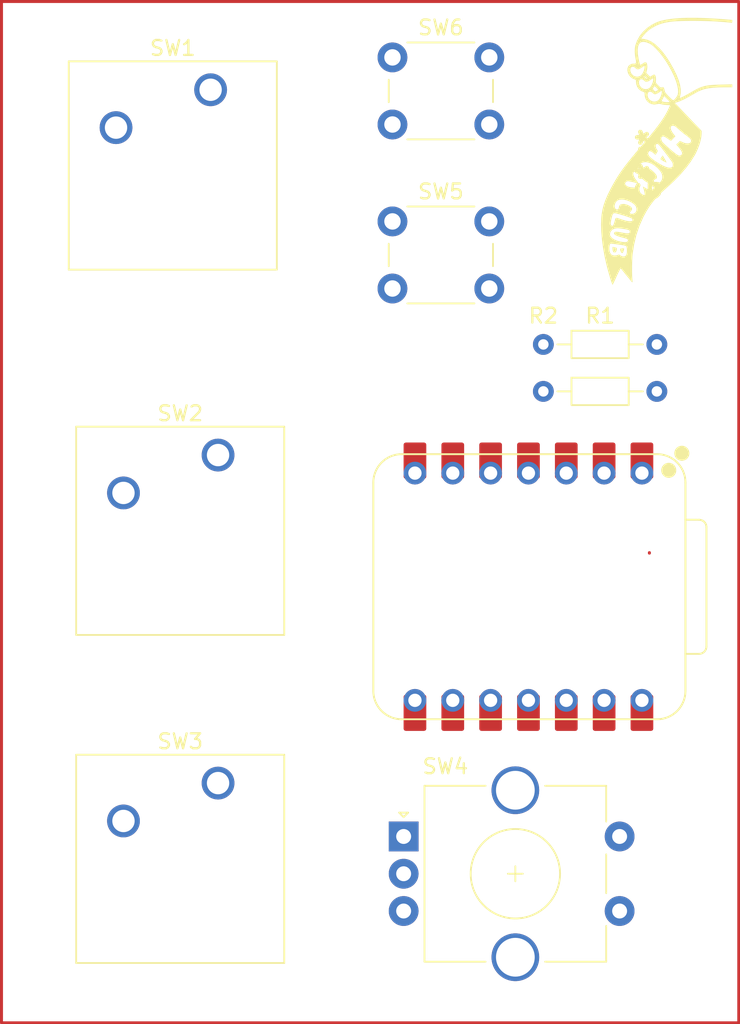
<source format=kicad_pcb>
(kicad_pcb (version 20241229) (generator "pcbnew") (generator_version "9.0")
  (layers (0 "F.Cu" signal) (2 "B.Cu" signal) (13 "F.Paste" user) (15 "B.Paste" user) (5 "F.SilkS" user "F.Silkscreen") (7 "B.SilkS" user "B.Silkscreen") (1 "F.Mask" user) (3 "B.Mask" user) (25 "Edge.Cuts" user))
  (net 0 "")
  (net 1 "Net-(U1-GPIO26{slash}ADC0{slash}A0)")
  (net 2 "Net-(U1-3V3)")
  (net 3 "Net-(U1-GPIO28{slash}ADC2{slash}A2)")
  (net 4 "Net-(U1-GPIO3{slash}MOSI)")
  (net 5 "GND")
  (net 6 "Net-(U1-GPIO4{slash}MISO)")
  (net 7 "Net-(U1-GPIO2{slash}SCK)")
  (net 8 "Net-(U1-GPIO29{slash}ADC3{slash}A3)")
  (net 9 "Net-(U1-GPIO1{slash}RX)")
  (net 10 "Net-(U1-GPIO0{slash}TX)")
  (footprint "Button_Switch_THT:SW_PUSH_6mm_H9.5mm" (layer "F.Cu") (at 116.25 73.75)
    (property "Reference" "SW5" (at 3.25 -2 0) (layer "F.SilkS"))
    (property "Value" "SW_Push")
    (fp_line (start -0.25 1.5) (end -0.25 3) (stroke (width 0.12)) (layer "F.SilkS"))
    (fp_line (start 1 5.5) (end 5.5 5.5) (stroke (width 0.12)) (layer "F.SilkS"))
    (fp_line (start 5.5 -1) (end 1 -1) (stroke (width 0.12)) (layer "F.SilkS"))
    (fp_line (start 6.75 3) (end 6.75 1.5) (stroke (width 0.12)) (layer "F.SilkS"))
    (pad "1" thru_hole circle (at 0 0 90) (size 2 2) (drill 1.1) (layers "*.Cu" "*.Mask") (net 9 "Net-(U1-GPIO1{slash}RX)"))
    (pad "1" thru_hole circle (at 6.5 0 90) (size 2 2) (drill 1.1) (layers "*.Cu" "*.Mask") (net 9 "Net-(U1-GPIO1{slash}RX)"))
    (pad "2" thru_hole circle (at 0 4.5 90) (size 2 2) (drill 1.1) (layers "*.Cu" "*.Mask") (net 5 "GND"))
    (pad "2" thru_hole circle (at 6.5 4.5 90) (size 2 2) (drill 1.1) (layers "*.Cu" "*.Mask") (net 5 "GND"))
  )
  (footprint "Button_Switch_Keyboard:SW_Cherry_MX_1.00u_PCB" (layer "F.Cu") (at 104.04 64.92)
    (property "Reference" "SW1" (at -2.54 -2.794 0) (layer "F.SilkS"))
    (property "Value" "SW_Push")
    (fp_line (start -9.525 -1.905) (end 4.445 -1.905) (stroke (width 0.12)) (layer "F.SilkS"))
    (fp_line (start -9.525 12.065) (end -9.525 -1.905) (stroke (width 0.12)) (layer "F.SilkS"))
    (fp_line (start 4.445 -1.905) (end 4.445 12.065) (stroke (width 0.12)) (layer "F.SilkS"))
    (fp_line (start 4.445 12.065) (end -9.525 12.065) (stroke (width 0.12)) (layer "F.SilkS"))
    (pad "" np_thru_hole circle (at -7.62 5.08) (size 1.7 1.7) (drill 1.7) (layers "*.Cu" "*.Mask"))
    (pad "" np_thru_hole circle (at -2.54 5.08) (size 4 4) (drill 4) (layers "*.Cu" "*.Mask"))
    (pad "" np_thru_hole circle (at 2.54 5.08) (size 1.7 1.7) (drill 1.7) (layers "*.Cu" "*.Mask"))
    (pad "1" thru_hole circle (at 0 0) (size 2.2 2.2) (drill 1.5) (layers "*.Cu" "*.Mask") (net 4 "Net-(U1-GPIO3{slash}MOSI)"))
    (pad "2" thru_hole circle (at -6.35 2.54) (size 2.2 2.2) (drill 1.5) (layers "*.Cu" "*.Mask") (net 5 "GND"))
  )
  (footprint "Button_Switch_Keyboard:SW_Cherry_MX_1.00u_PCB" (layer "F.Cu") (at 104.54 111.42)
    (property "Reference" "SW3" (at -2.54 -2.794 0) (layer "F.SilkS"))
    (property "Value" "SW_Push")
    (fp_line (start -9.525 -1.905) (end 4.445 -1.905) (stroke (width 0.12)) (layer "F.SilkS"))
    (fp_line (start -9.525 12.065) (end -9.525 -1.905) (stroke (width 0.12)) (layer "F.SilkS"))
    (fp_line (start 4.445 -1.905) (end 4.445 12.065) (stroke (width 0.12)) (layer "F.SilkS"))
    (fp_line (start 4.445 12.065) (end -9.525 12.065) (stroke (width 0.12)) (layer "F.SilkS"))
    (pad "" np_thru_hole circle (at -7.62 5.08) (size 1.7 1.7) (drill 1.7) (layers "*.Cu" "*.Mask"))
    (pad "" np_thru_hole circle (at -2.54 5.08) (size 4 4) (drill 4) (layers "*.Cu" "*.Mask"))
    (pad "" np_thru_hole circle (at 2.54 5.08) (size 1.7 1.7) (drill 1.7) (layers "*.Cu" "*.Mask"))
    (pad "1" thru_hole circle (at 0 0) (size 2.2 2.2) (drill 1.5) (layers "*.Cu" "*.Mask") (net 7 "Net-(U1-GPIO2{slash}SCK)"))
    (pad "2" thru_hole circle (at -6.35 2.54) (size 2.2 2.2) (drill 1.5) (layers "*.Cu" "*.Mask") (net 5 "GND"))
  )
  (footprint "Seeed Studio XIAO Series Library:XIAO-RP2040-DIP" (layer "F.Cu") (at 125.378755 98.25 -90)
    (property "Reference" "U1" (hide yes))
    (property "Value" "XIAO-RP2040-DIP")
    (fp_line (start -6.985 10.414) (end 6.985 10.414) (stroke (width 0.127)) (layer "F.SilkS"))
    (fp_line (start -8.89 8.509) (end -8.89 -8.636) (stroke (width 0.127)) (layer "F.SilkS"))
    (fp_line (start 8.89 8.509) (end 8.89 -8.636) (stroke (width 0.127)) (layer "F.SilkS"))
    (fp_line (start -4.495 -10.541) (end -4.491272 -11.451272) (stroke (width 0.127)) (layer "F.SilkS"))
    (fp_line (start 6.985 -10.541) (end -6.985 -10.541) (stroke (width 0.1)) (layer "F.SilkS"))
    (fp_line (start 6.985 -10.541) (end -6.985 -10.541) (stroke (width 0.127)) (layer "F.SilkS"))
    (fp_line (start 4.504 -11.451) (end 4.504 -10.541) (stroke (width 0.127)) (layer "F.SilkS"))
    (fp_line (start -3.991272 -11.951) (end 4.004 -11.951) (stroke (width 0.127)) (layer "F.SilkS"))
    (fp_arc (start -6.985 10.414) (mid -8.332038 9.856038) (end -8.89 8.509) (stroke (width 0.127)) (layer "F.SilkS"))
    (fp_arc (start 8.89 8.509) (mid 8.332038 9.856038) (end 6.985 10.414) (stroke (width 0.127)) (layer "F.SilkS"))
    (fp_arc (start -8.89 -8.636) (mid -8.332038 -9.983038) (end -6.985 -10.541) (stroke (width 0.127)) (layer "F.SilkS"))
    (fp_arc (start 6.985 -10.541) (mid 8.332038 -9.983038) (end 8.89 -8.636) (stroke (width 0.127)) (layer "F.SilkS"))
    (fp_arc (start -4.491272 -11.451272) (mid -4.344728 -11.80464) (end -3.991272 -11.951) (stroke (width 0.127)) (layer "F.SilkS"))
    (fp_arc (start 4.004 -11.951) (mid 4.357553 -11.804553) (end 4.504 -11.451) (stroke (width 0.127)) (layer "F.SilkS"))
    (fp_circle (center -7.807 -9.42) (end -7.807 -9.674) (stroke (width 0.5)) (fill yes) (layer "F.SilkS"))
    (fp_circle (center -8.95 -10.3) (end -8.95 -10.554) (stroke (width 0.5)) (fill yes) (layer "F.SilkS"))
    (pad "1" smd roundrect (at -8.455 -7.62 90) (size 2.432 1.524) (layers "F.Cu" "F.Mask") (roundrect_rratio 0.1) (net 1 "Net-(U1-GPIO26{slash}ADC0{slash}A0)"))
    (pad "1" thru_hole circle (at -7.62 -7.62 90) (size 1.524 1.524) (drill 0.889) (layers "*.Cu" "*.Mask") (net 1 "Net-(U1-GPIO26{slash}ADC0{slash}A0)"))
    (pad "2" smd roundrect (at -8.455 -5.08 90) (size 2.432 1.524) (layers "F.Cu" "F.Mask") (roundrect_rratio 0.1))
    (pad "2" thru_hole circle (at -7.62 -5.08 90) (size 1.524 1.524) (drill 0.889) (layers "*.Cu" "*.Mask"))
    (pad "3" smd roundrect (at -8.455 -2.54 90) (size 2.432 1.524) (layers "F.Cu" "F.Mask") (roundrect_rratio 0.1) (net 3 "Net-(U1-GPIO28{slash}ADC2{slash}A2)"))
    (pad "3" thru_hole circle (at -7.62 -2.54 90) (size 1.524 1.524) (drill 0.889) (layers "*.Cu" "*.Mask") (net 3 "Net-(U1-GPIO28{slash}ADC2{slash}A2)"))
    (pad "4" smd roundrect (at -8.455 0 90) (size 2.432 1.524) (layers "F.Cu" "F.Mask") (roundrect_rratio 0.1) (net 8 "Net-(U1-GPIO29{slash}ADC3{slash}A3)"))
    (pad "4" thru_hole circle (at -7.62 0 90) (size 1.524 1.524) (drill 0.889) (layers "*.Cu" "*.Mask") (net 8 "Net-(U1-GPIO29{slash}ADC3{slash}A3)"))
    (pad "5" smd roundrect (at -8.455 2.54 90) (size 2.432 1.524) (layers "F.Cu" "F.Mask") (roundrect_rratio 0.1))
    (pad "5" thru_hole circle (at -7.62 2.54 90) (size 1.524 1.524) (drill 0.889) (layers "*.Cu" "*.Mask"))
    (pad "6" smd roundrect (at -8.455 5.08 90) (size 2.432 1.524) (layers "F.Cu" "F.Mask") (roundrect_rratio 0.1))
    (pad "6" thru_hole circle (at -7.62 5.08 90) (size 1.524 1.524) (drill 0.889) (layers "*.Cu" "*.Mask"))
    (pad "7" smd roundrect (at -8.455 7.62 90) (size 2.432 1.524) (layers "F.Cu" "F.Mask") (roundrect_rratio 0.1) (net 10 "Net-(U1-GPIO0{slash}TX)"))
    (pad "7" thru_hole circle (at -7.62 7.62 90) (size 1.524 1.524) (drill 0.889) (layers "*.Cu" "*.Mask") (net 10 "Net-(U1-GPIO0{slash}TX)"))
    (pad "8" thru_hole circle (at 7.62 7.62 270) (size 1.524 1.524) (drill 0.889) (layers "*.Cu" "*.Mask") (net 9 "Net-(U1-GPIO1{slash}RX)"))
    (pad "8" smd roundrect (at 8.455 7.62 270) (size 2.432 1.524) (layers "F.Cu" "F.Mask") (roundrect_rratio 0.1) (net 9 "Net-(U1-GPIO1{slash}RX)"))
    (pad "9" thru_hole circle (at 7.62 5.08 270) (size 1.524 1.524) (drill 0.889) (layers "*.Cu" "*.Mask") (net 7 "Net-(U1-GPIO2{slash}SCK)"))
    (pad "9" smd roundrect (at 8.455 5.08 270) (size 2.432 1.524) (layers "F.Cu" "F.Mask") (roundrect_rratio 0.1) (net 7 "Net-(U1-GPIO2{slash}SCK)"))
    (pad "10" thru_hole circle (at 7.62 2.54 270) (size 1.524 1.524) (drill 0.889) (layers "*.Cu" "*.Mask") (net 6 "Net-(U1-GPIO4{slash}MISO)"))
    (pad "10" smd roundrect (at 8.455 2.54 270) (size 2.432 1.524) (layers "F.Cu" "F.Mask") (roundrect_rratio 0.1) (net 6 "Net-(U1-GPIO4{slash}MISO)"))
    (pad "11" thru_hole circle (at 7.62 0 270) (size 1.524 1.524) (drill 0.889) (layers "*.Cu" "*.Mask") (net 4 "Net-(U1-GPIO3{slash}MOSI)"))
    (pad "11" smd roundrect (at 8.455 0 270) (size 2.432 1.524) (layers "F.Cu" "F.Mask") (roundrect_rratio 0.1) (net 4 "Net-(U1-GPIO3{slash}MOSI)"))
    (pad "12" thru_hole circle (at 7.62 -2.54 270) (size 1.524 1.524) (drill 0.889) (layers "*.Cu" "*.Mask") (net 2 "Net-(U1-3V3)"))
    (pad "12" smd roundrect (at 8.455 -2.54 270) (size 2.432 1.524) (layers "F.Cu" "F.Mask") (roundrect_rratio 0.1) (net 2 "Net-(U1-3V3)"))
    (pad "13" thru_hole circle (at 7.62 -5.08 270) (size 1.524 1.524) (drill 0.889) (layers "*.Cu" "*.Mask") (net 5 "GND"))
    (pad "13" smd roundrect (at 8.455 -5.08 270) (size 2.432 1.524) (layers "F.Cu" "F.Mask") (roundrect_rratio 0.1) (net 5 "GND"))
    (pad "14" thru_hole circle (at 7.62 -7.62 270) (size 1.524 1.524) (drill 0.889) (layers "*.Cu" "*.Mask"))
    (pad "14" smd roundrect (at 8.455 -7.62 270) (size 2.432 1.524) (layers "F.Cu" "F.Mask") (roundrect_rratio 0.1))
  )
  (footprint "Button_Switch_THT:SW_PUSH_6mm_H9.5mm" (layer "F.Cu") (at 116.25 62.75)
    (property "Reference" "SW6" (at 3.25 -2 0) (layer "F.SilkS"))
    (property "Value" "SW_Push")
    (fp_line (start -0.25 1.5) (end -0.25 3) (stroke (width 0.12)) (layer "F.SilkS"))
    (fp_line (start 1 5.5) (end 5.5 5.5) (stroke (width 0.12)) (layer "F.SilkS"))
    (fp_line (start 5.5 -1) (end 1 -1) (stroke (width 0.12)) (layer "F.SilkS"))
    (fp_line (start 6.75 3) (end 6.75 1.5) (stroke (width 0.12)) (layer "F.SilkS"))
    (pad "1" thru_hole circle (at 0 0 90) (size 2 2) (drill 1.1) (layers "*.Cu" "*.Mask") (net 10 "Net-(U1-GPIO0{slash}TX)"))
    (pad "1" thru_hole circle (at 6.5 0 90) (size 2 2) (drill 1.1) (layers "*.Cu" "*.Mask") (net 10 "Net-(U1-GPIO0{slash}TX)"))
    (pad "2" thru_hole circle (at 0 4.5 90) (size 2 2) (drill 1.1) (layers "*.Cu" "*.Mask") (net 5 "GND"))
    (pad "2" thru_hole circle (at 6.5 4.5 90) (size 2 2) (drill 1.1) (layers "*.Cu" "*.Mask") (net 5 "GND"))
  )
  (footprint "LOGO" (layer "F.Cu") (at 134 69 -90)
    (property "Reference" "G***" (at 1 0.5 90) (layer "F.SilkS") (effects (font (size 1.5 1.5) (thickness 0.3))))
    (property "Value" "LOGO" (hide yes))
    (fp_poly (pts (xy 6.63933 2.687778) (xy 6.724551 2.708367) (xy 6.776896 2.734734) (xy 6.837883 2.801776) (xy 6.841758 2.86829) (xy 6.795133 2.925151) (xy 6.704623 2.963234) (xy 6.603461 2.97405) (xy 6.459617 2.97405) (xy 6.481373 2.853481) (xy 6.498898 2.769022) (xy 6.514464 2.714044) (xy 6.516879 2.708797) (xy 6.56146 2.687059)) (fill yes) (layer "F.SilkS"))
    (fp_poly (pts (xy 6.679556 2.217248) (xy 6.772265 2.244191) (xy 6.841955 2.281499) (xy 6.848354 2.287204) (xy 6.876154 2.325956) (xy 6.86009 2.36219) (xy 6.820678 2.39739) (xy 6.733353 2.443641) (xy 6.65188 2.45962) (xy 6.592856 2.454422) (xy 6.566209 2.426721) (xy 6.559178 2.35836) (xy 6.558986 2.327434) (xy 6.558986 2.195248)) (fill yes) (layer "F.SilkS"))
    (fp_poly (pts (xy 0.794836 -0.64664) (xy 0.790393 -0.610995) (xy 0.75979 -0.539567) (xy 0.712916 -0.449827) (xy 0.659658 -0.359242) (xy 0.609904 -0.285282) (xy 0.57354 -0.245416) (xy 0.566216 -0.242716) (xy 0.518602 -0.26107) (xy 0.445947 -0.304485) (xy 0.428332 -0.31662) (xy 0.326158 -0.388948) (xy 0.552924 -0.525367) (xy 0.658806 -0.586335) (xy 0.742285 -0.629291) (xy 0.78956 -0.647315)) (fill yes) (layer "F.SilkS"))
    (fp_poly (pts (xy -8.58435 -5.053833) (xy -8.56819 -5.023735) (xy -8.574662 -4.981088) (xy -8.585087 -4.884165) (xy -8.598544 -4.742808) (xy -8.614113 -4.566861) (xy -8.630874 -4.366166) (xy -8.6381 -4.276203) (xy -8.65774 -3.985479) (xy -8.673502 -3.663352) (xy -8.685384 -3.319315) (xy -8.693383 -2.962865) (xy -8.697496 -2.603495) (xy -8.697721 -2.250702) (xy -8.694055 -1.913978) (xy -8.686497 -1.60282) (xy -8.675042 -1.326723) (xy -8.65969 -1.09518) (xy -8.640437 -0.917687) (xy -8.638998 -0.907897) (xy -8.586442 -0.606639) (xy -8.524276 -0.351145) (xy -8.446999 -0.123004) (xy -8.349108 0.09619) (xy -8.324445 0.144683) (xy -8.130577 0.464405) (xy -7.909922 0.728682) (xy -7.707181 0.904655) (xy -7.507469 1.051787) (xy -7.487441 0.874213) (xy -7.292697 0.874213) (xy -7.281595 1.019568) (xy -7.235303 1.116899) (xy -7.123162 1.207923) (xy -6.958947 1.264933) (xy -6.74528 1.287727) (xy -6.48478 1.276104) (xy -6.180071 1.229864) (xy -6.067428 1.206346) (xy -5.938379 1.176464) (xy -5.832924 1.149724) (xy -5.767161 1.13031) (xy -5.754928 1.125154) (xy -5.756466 1.091878) (xy -5.790073 1.023365) (xy -5.842154 0.943589) (xy -5.90935 0.835949) (xy -5.690123 0.835949) (xy -5.579416 0.996708) (xy -5.493294 1.132749) (xy -5.450316 1.234872) (xy -5.44897 1.315428) (xy -5.487744 1.386767) (xy -5.526658 1.427518) (xy -5.60461 1.52995) (xy -5.625892 1.628466) (xy -5.594408 1.711402) (xy -5.51406 1.767094) (xy -5.407261 1.78431) (xy -5.296562 1.766482) (xy -5.189459 1.72342) (xy -5.184201 1.7203) (xy -5.060628 1.613197) (xy -4.983324 1.479158) (xy -4.954759 1.332249) (xy -4.977406 1.186537) (xy -5.053737 1.056088) (xy -5.065276 1.043526) (xy -5.160918 0.969589) (xy -5.290109 0.902204) (xy -5.428799 0.851147) (xy -5.447333 0.847422) (xy -4.998706 0.847422) (xy -4.967101 0.838597) (xy -4.898013 0.788395) (xy -4.875342 0.76898) (xy -4.821415 0.712519) (xy -4.801743 0.672749) (xy -4.80403 0.667151) (xy -4.836749 0.675094) (xy -4.895667 0.719106) (xy -4.927692 0.74918) (xy -4.987384 0.81693) (xy -4.998706 0.847422) (xy -5.447333 0.847422) (xy -5.55294 0.826197) (xy -5.599595 0.826287) (xy -5.690123 0.835949) (xy -5.90935 0.835949) (xy -5.912712 0.830564) (xy -5.93194 0.751184) (xy -5.89711 0.696989) (xy -5.805495 0.659517) (xy -5.746216 0.646093) (xy -5.606135 0.633789) (xy -5.449871 0.654059) (xy -5.404701 0.664411) (xy -5.210619 0.711824) (xy -5.081264 0.580021) (xy -4.951909 0.448218) (xy -5.036672 0.323478) (xy -5.07479 0.257215) (xy -4.854174 0.257215) (xy -4.743466 0.417974) (xy -4.657344 0.554015) (xy -4.614367 0.656138) (xy -4.613021 0.736694) (xy -4.651795 0.808033) (xy -4.690709 0.848784) (xy -4.768661 0.951216) (xy -4.789943 1.049731) (xy -4.758458 1.132667) (xy -4.67811 1.18836) (xy -4.571312 1.205576) (xy -4.460613 1.187747) (xy -4.35351 1.144686) (xy -4.348251 1.141566) (xy -4.224679 1.034463) (xy -4.147374 0.900423) (xy -4.11881 0.753514) (xy -4.141457 0.607802) (xy -4.217788 0.477354) (xy -4.229327 0.464792) (xy -4.324969 0.390855) (xy -4.454159 0.32347) (xy -4.59285 0.272413) (xy -4.716991 0.247462) (xy -4.763645 0.247553) (xy -4.854174 0.257215) (xy -5.07479 0.257215) (xy -5.089352 0.2319) (xy -5.098985 0.170689) (xy -5.09022 0.149252) (xy -5.08903 0.148312) (xy -4.324431 0.148312) (xy -4.244051 0.210087) (xy -4.182274 0.255019) (xy -4.140651 0.264847) (xy -4.093805 0.237292) (xy -4.041293 0.191881) (xy -3.98378 0.137154) (xy -3.969443 0.096517) (xy -3.992961 0.041837) (xy -4.008035 0.016061) (xy -4.050938 -0.048333) (xy -4.081429 -0.07977) (xy -4.083917 -0.08038) (xy -4.115322 -0.059242) (xy -4.174376 -0.005348) (xy -4.21363 0.033966) (xy -4.324431 0.148312) (xy -5.08903 0.148312) (xy -5.019797 0.093611) (xy -4.901403 0.062574) (xy -4.747582 0.058998) (xy -4.708683 0.062342) (xy -4.624474 0.069289) (xy -4.564603 0.062742) (xy -4.510422 0.033998) (xy -4.443289 -0.025643) (xy -4.37627 -0.0928) (xy -4.290082 -0.1828) (xy -4.243628 -0.241993) (xy -4.229757 -0.283581) (xy -4.241317 -0.320763) (xy -4.241765 -0.321519) (xy -4.018224 -0.321519) (xy -3.907517 -0.16076) (xy -3.821395 -0.024719) (xy -3.778417 0.077404) (xy -3.777072 0.15796) (xy -3.815846 0.229299) (xy -3.854759 0.27005) (xy -3.932711 0.372482) (xy -3.953993 0.470997) (xy -3.922509 0.553933) (xy -3.842161 0.609626) (xy -3.735363 0.626841) (xy -3.624663 0.609013) (xy -3.51756 0.565952) (xy -3.512302 0.562831) (xy -3.388729 0.455729) (xy -3.311425 0.321689) (xy -3.28286 0.17478) (xy -3.305507 0.029068) (xy -3.381838 -0.10138) (xy -3.393377 -0.113943) (xy -3.489019 -0.187879) (xy -3.61821 -0.255264) (xy -3.7569 -0.306321) (xy -3.881041 -0.331272) (xy -3.927696 -0.331181) (xy -4.018224 -0.321519) (xy -4.241765 -0.321519) (xy -4.2473 -0.330849) (xy -4.267741 -0.405304) (xy -4.226797 -0.463197) (xy -4.159827 -0.48987) (xy -3.65968 -0.48987) (xy -3.493701 -0.405695) (xy -3.327722 -0.321519) (xy -3.288983 -0.401899) (xy -3.266989 -0.47909) (xy -3.252288 -0.590569) (xy -3.248793 -0.667152) (xy -3.251668 -0.766474) (xy -3.260605 -0.833581) (xy -3.270524 -0.852026) (xy -3.302696 -0.830908) (xy -3.367478 -0.774843) (xy -3.452427 -0.694761) (xy -3.476693 -0.670948) (xy -3.65968 -0.48987) (xy -4.159827 -0.48987) (xy -4.12547 -0.503554) (xy -4.056549 -0.516289) (xy -3.985703 -0.5303) (xy -3.922434 -0.555924) (xy -3.85404 -0.601793) (xy -3.767815 -0.676539) (xy -3.651057 -0.788793) (xy -3.641203 -0.798484) (xy -3.536338 -0.904756) (xy -3.451045 -0.996989) (xy -3.394553 -1.064805) (xy -3.390907 -1.071066) (xy -1.6719 -1.071066) (xy -1.649062 -0.982172) (xy -1.585461 -0.935351) (xy -1.488465 -0.930035) (xy -1.365439 -0.965655) (xy -1.223753 -1.041643) (xy -1.123912 -1.113382) (xy -0.957707 -1.244759) (xy -0.80219 -1.091581) (xy -0.646673 -0.938402) (xy -0.80974 -0.704848) (xy -0.89224 -0.580946) (xy -0.939111 -0.493656) (xy -0.956092 -0.43036) (xy -0.952584 -0.390722) (xy -0.906798 -0.31578) (xy -0.821904 -0.288797) (xy -0.702265 -0.310343) (xy -0.615992 -0.346619) (xy -0.5665 -0.385206) (xy -0.485194 -0.464201) (xy -0.380617 -0.573944) (xy -0.261309 -0.704777) (xy -0.135809 -0.847041) (xy -0.01266 -0.991077) (xy 0.0996 -1.127227) (xy 0.192429 -1.24583) (xy 0.249696 -1.325662) (xy 0.310601 -1.421443) (xy 0.338929 -1.485151) (xy 0.340199 -1.536517) (xy 0.323036 -1.587854) (xy 0.270036 -1.667031) (xy 0.194649 -1.69671) (xy 0.093498 -1.676069) (xy -0.036797 -1.604286) (xy -0.199614 -1.480538) (xy -0.232659 -1.452662) (xy -0.406702 -1.303972) (xy -0.52898 -1.429195) (xy -0.651257 -1.554419) (xy -0.566768 -1.723965) (xy -0.506749 -1.878284) (xy -0.480809 -2.023015) (xy -0.487617 -2.147408) (xy -0.525839 -2.240711) (xy -0.594144 -2.292175) (xy -0.638025 -2.298861) (xy -0.696056 -2.294081) (xy -0.748113 -2.274282) (xy -0.803322 -2.231274) (xy -0.870809 -2.15687) (xy -0.9597 -2.04288) (xy -1.03217 -1.94519) (xy -1.138396 -1.805736) (xy -1.253362 -1.662899) (xy -1.35854 -1.539424) (xy -1.398838 -1.495064) (xy -1.520513 -1.360858) (xy -1.601497 -1.258912) (xy -1.648793 -1.178353) (xy -1.669402 -1.108308) (xy -1.6719 -1.071066) (xy -3.390907 -1.071066) (xy -3.37595 -1.096752) (xy -3.40135 -1.147163) (xy -3.466736 -1.215597) (xy -3.55589 -1.288836) (xy -3.652594 -1.35366) (xy -3.740629 -1.396851) (xy -3.746737 -1.398951) (xy -3.911984 -1.42645) (xy -4.120375 -1.417036) (xy -4.363586 -1.372345) (xy -4.633296 -1.294016) (xy -4.92118 -1.183685) (xy -4.986802 -1.154979) (xy -5.333209 -0.987916) (xy -5.671309 -0.801812) (xy -5.994114 -0.601958) (xy -6.294639 -0.393645) (xy -6.565897 -0.182163) (xy -6.800901 0.027196) (xy -6.992666 0.229141) (xy -7.134203 0.418381) (xy -7.185814 0.510378) (xy -7.260502 0.701209) (xy -7.292697 0.874213) (xy -7.487441 0.874213) (xy -7.484599 0.84901) (xy -7.425778 0.603774) (xy -7.305018 0.352399) (xy -7.124159 0.096925) (xy -6.885042 -0.160607) (xy -6.589509 -0.418156) (xy -6.239402 -0.673683) (xy -5.936628 -0.866073) (xy -5.502794 -1.113022) (xy -5.106464 -1.309798) (xy -4.745631 -1.456967) (xy -4.418291 -1.55509) (xy -4.122438 -1.604732) (xy -3.856067 -1.606456) (xy -3.617172 -1.560825) (xy -3.548126 -1.537055) (xy -3.535901 -1.552439) (xy -3.556004 -1.618214) (xy -3.606469 -1.730377) (xy -3.685326 -1.884925) (xy -3.790609 -2.077854) (xy -3.92035 -2.305162) (xy -3.954193 -2.363165) (xy -4.077034 -2.579382) (xy -4.175852 -2.772032) (xy -4.253443 -2.952566) (xy -4.312604 -3.132437) (xy -4.35613 -3.323095) (xy -4.386818 -3.535991) (xy -4.407463 -3.782577) (xy -4.420861 -4.074304) (xy -4.427166 -4.300317) (xy -4.444961 -5.063924) (xy -4.344506 -5.063924) (xy -4.244051 -5.063924) (xy -4.244051 -4.508461) (xy -4.237231 -4.109389) (xy -4.215686 -3.764556) (xy -4.177793 -3.465245) (xy -4.121927 -3.202741) (xy -4.046465 -2.968326) (xy -3.949783 -2.753284) (xy -3.900138 -2.662619) (xy -3.735706 -2.375453) (xy -3.60177 -2.13581) (xy -3.494721 -1.936695) (xy -3.410954 -1.771113) (xy -3.346859 -1.632073) (xy -3.298831 -1.512578) (xy -3.281412 -1.463062) (xy -3.197119 -1.211834) (xy -2.260004 -2.109019) (xy -1.322888 -3.006203) (xy -1.135685 -3.005978) (xy -0.914194 -2.987029) (xy -0.656753 -2.933864) (xy -0.378522 -2.851287) (xy -0.094663 -2.744105) (xy 0.179664 -2.617123) (xy 0.306488 -2.548859) (xy 0.74611 -2.27294) (xy 1.188296 -1.941883) (xy 1.635408 -1.553645) (xy 2.089808 -1.106184) (xy 2.528131 -0.626962) (xy 2.840525 -0.284337) (xy 3.138606 0.00951) (xy 3.434654 0.264347) (xy 3.740949 0.489943) (xy 4.069771 0.696065) (xy 4.433401 0.892483) (xy 4.446696 0.899195) (xy 5.040695 1.163246) (xy 5.66786 1.374476) (xy 6.322349 1.531186) (xy 6.944809 1.625884) (xy 7.1212 1.64096) (xy 7.339488 1.652527) (xy 7.584042 1.66043) (xy 7.839232 1.664513) (xy 8.089428 1.664619) (xy 8.319 1.660593) (xy 8.512318 1.65228) (xy 8.628409 1.64266) (xy 8.756557 1.632353) (xy 8.825651 1.636803) (xy 8.837396 1.65009) (xy 8.809553 1.679696) (xy 8.739454 1.742008) (xy 8.6354 1.829994) (xy 8.50569 1.936623) (xy 8.375569 2.041367) (xy 8.229156 2.158349) (xy 8.099794 2.262132) (xy 7.996051 2.345809) (xy 7.926495 2.402471) (xy 7.900337 2.424531) (xy 7.920305 2.444414) (xy 7.990768 2.4855) (xy 8.10322 2.543424) (xy 8.249154 2.613825) (xy 8.420063 2.692338) (xy 8.438882 2.700772) (xy 8.613778 2.78003) (xy 8.766579 2.85129) (xy 8.888277 2.910185) (xy 8.969862 2.952346) (xy 9.002325 2.973404) (xy 9.002531 2.974072) (xy 8.972934 2.993151) (xy 8.8902 3.025713) (xy 8.763411 3.06901) (xy 8.60165 3.120292) (xy 8.414002 3.17681) (xy 8.209548 3.235813) (xy 7.997373 3.294552) (xy 7.786559 3.350278) (xy 7.628789 3.389914) (xy 7.056118 3.517054) (xy 6.492558 3.617058) (xy 5.94658 3.68912) (xy 5.426659 3.732434) (xy 4.941266 3.746196) (xy 4.498874 3.7296) (xy 4.282752 3.707972) (xy 3.968147 3.654389) (xy 3.647022 3.570341) (xy 3.311041 3.452665) (xy 2.951864 3.298202) (xy 2.561153 3.103791) (xy 2.267921 2.944199) (xy 2.025992 2.805484) (xy 1.796549 2.666791) (xy 1.572839 2.523113) (xy 1.348107 2.369447) (xy 1.318379 2.347882) (xy 3.279493 2.347882) (xy 3.29683 2.524292) (xy 3.352144 2.65469) (xy 3.450391 2.748239) (xy 3.514726 2.782959) (xy 3.666697 2.8349) (xy 3.789429 2.836517) (xy 3.807502 2.828502) (xy 4.198384 2.828502) (xy 4.206249 2.88986) (xy 4.240014 2.937328) (xy 4.309291 2.976449) (xy 4.423694 3.012763) (xy 4.581645 3.049435) (xy 4.751302 3.082414) (xy 4.870319 3.096765) (xy 4.949561 3.092624) (xy 4.999894 3.070125) (xy 5.015356 3.054839) (xy 5.046062 3.005425) (xy 5.043075 2.963802) (xy 5.000005 2.925706) (xy 4.910463 2.88687) (xy 4.768058 2.84303) (xy 4.65107 2.811634) (xy 4.580879 2.79189) (xy 4.534934 2.768846) (xy 4.512781 2.732426) (xy 4.513969 2.672557) (xy 4.516648 2.662166) (xy 5.208736 2.662166) (xy 5.234025 2.842764) (xy 5.307097 2.988519) (xy 5.423264 3.092303) (xy 5.518633 3.133576) (xy 5.62206 3.149862) (xy 5.712969 3.125833) (xy 5.756523 3.093701) (xy 6.237698 3.093701) (xy 6.266695 3.135728) (xy 6.343873 3.167229) (xy 6.45369 3.186305) (xy 6.580606 3.191058) (xy 6.709078 3.179591) (xy 6.790542 3.161218) (xy 6.889011 3.116771) (xy 6.96901 3.055984) (xy 6.979146 3.04435) (xy 7.025299 2.942296) (xy 7.039369 2.81228) (xy 7.020291 2.682664) (xy 6.995008 2.621324) (xy 6.970388 2.562797) (xy 6.980658 2.51389) (xy 7.0283 2.45006) (xy 7.088505 2.344067) (xy 7.105076 2.256204) (xy 7.093699 2.153841) (xy 7.051384 2.088405) (xy 6.987113 2.046458) (xy 6.910924 2.024805) (xy 6.797847 2.01292) (xy 6.669636 2.010679) (xy 6.548041 2.017959) (xy 6.454815 2.034635) (xy 6.420742 2.049683) (xy 6.395751 2.084565) (xy 6.371996 2.155433) (xy 6.347725 2.270017) (xy 6.321185 2.436046) (xy 6.302295 2.572151) (xy 6.279785 2.743196) (xy 6.260677 2.892919) (xy 6.246481 3.009136) (xy 6.238706 3.079662) (xy 6.237698 3.093701) (xy 5.756523 3.093701) (xy 5.809158 3.05487) (xy 5.857176 3.007656) (xy 5.952582 2.874269) (xy 6.034172 2.691963) (xy 6.096385 2.475589) (xy 6.129252 2.281339) (xy 6.139039 2.119592) (xy 6.122723 2.012823) (xy 6.079019 1.95669) (xy 6.029765 1.945189) (xy 5.985044 1.948054) (xy 5.951831 1.963663) (xy 5.924554 2.002541) (xy 5.897641 2.075214) (xy 5.865521 2.192204) (xy 5.835424 2.312281) (xy 5.768998 2.547695) (xy 5.701872 2.720796) (xy 5.634363 2.831142) (xy 5.566785 2.878292) (xy 5.499455 2.861804) (xy 5.466064 2.829659) (xy 5.447787 2.792281) (xy 5.441177 2.731733) (xy 5.446996 2.639157) (xy 5.466005 2.505692) (xy 5.498966 2.322479) (xy 5.518146 2.223511) (xy 5.54649 2.048274) (xy 5.550557 1.926724) (xy 5.529346 1.852602) (xy 5.481856 1.819651) (xy 5.45307 1.816582) (xy 5.378839 1.83329) (xy 5.342273 1.858715) (xy 5.320499 1.911156) (xy 5.295244 2.011746) (xy 5.269143 2.144623) (xy 5.244834 2.293924) (xy 5.224952 2.443785) (xy 5.212134 2.578344) (xy 5.208736 2.662166) (xy 4.516648 2.662166) (xy 4.538044 2.579164) (xy 4.584553 2.442174) (xy 4.628904 2.318586) (xy 4.688833 2.12833) (xy 4.726683 1.956384) (xy 4.741825 1.811856) (xy 4.733631 1.703857) (xy 4.701475 1.641496) (xy 4.676326 1.630293) (xy 4.604106 1.645262) (xy 4.558835 1.678521) (xy 4.531298 1.72972) (xy 4.491163 1.830055) (xy 4.442496 1.966555) (xy 4.389364 2.126247) (xy 4.335831 2.296162) (xy 4.285964 2.463326) (xy 4.243828 2.614769) (xy 4.213489 2.73752) (xy 4.199013 2.818607) (xy 4.198384 2.828502) (xy 3.807502 2.828502) (xy 3.885061 2.794106) (xy 3.942693 2.724546) (xy 3.94848 2.657841) (xy 3.930244 2.598274) (xy 3.880758 2.566959) (xy 3.819722 2.553753) (xy 3.696997 2.519032) (xy 3.622858 2.455717) (xy 3.583769 2.35182) (xy 3.582107 2.343314) (xy 3.57773 2.209873) (xy 3.605383 2.062954) (xy 3.65798 1.918804) (xy 3.728435 1.793668) (xy 3.809662 1.703792) (xy 3.876456 1.668485) (xy 3.948201 1.666744) (xy 4.019531 1.707792) (xy 4.051311 1.736368) (xy 4.136772 1.799288) (xy 4.198262 1.802626) (xy 4.234369 1.746975) (xy 4.24405 1.65537) (xy 4.217064 1.526859) (xy 4.144143 1.431544) (xy 4.037344 1.374836) (xy 3.908723 1.362144) (xy 3.770338 1.398881) (xy 3.725094 1.422471) (xy 3.609556 1.520464) (xy 3.500274 1.666499) (xy 3.40507 1.844333) (xy 3.331766 2.037724) (xy 3.288181 2.230428) (xy 3.279493 2.347882) (xy 1.318379 2.347882) (xy 1.1156 2.200785) (xy 0.868564 2.012122) (xy 0.600243 1.798453) (xy 0.303885 1.554771) (xy 0.206466 1.472782) (xy 1.419856 1.472782) (xy 1.420926 1.490557) (xy 1.445134 1.557615) (xy 1.509176 1.584365) (xy 1.518005 1.585503) (xy 1.625593 1.574198) (xy 1.758222 1.525808) (xy 1.895961 1.449211) (xy 1.999295 1.371096) (xy 2.09007 1.300942) (xy 2.154469 1.270644) (xy 2.184765 1.283384) (xy 2.186103 1.294113) (xy 2.178812 1.334359) (xy 2.159534 1.421179) (xy 2.131837 1.538754) (xy 2.119037 1.591519) (xy 2.079993 1.759669) (xy 2.058949 1.878774) (xy 2.05559 1.961429) (xy 2.069599 2.020229) (xy 2.100662 2.067769) (xy 2.106913 2.074862) (xy 2.186172 2.130472) (xy 2.267207 2.122256) (xy 2.338608 2.065759) (xy 2.410219 1.946488) (xy 2.45857 1.769573) (xy 2.483004 1.53757) (xy 2.484593 1.497347) (xy 2.491771 1.271746) (xy 2.652531 1.203711) (xy 2.845799 1.111681) (xy 2.97587 1.025758) (xy 3.043503 0.945367) (xy 3.05443 0.899797) (xy 3.033817 0.841086) (xy 2.969584 0.814113) (xy 2.858136 0.818754) (xy 2.69588 0.854887) (xy 2.596481 0.884131) (xy 2.499176 0.913092) (xy 2.432136 0.930512) (xy 2.411392 0.932928) (xy 2.426668 0.903141) (xy 2.46675 0.833418) (xy 2.523011 0.738756) (xy 2.523923 0.737242) (xy 2.595943 0.58943) (xy 2.631451 0.4531) (xy 2.631042 0.338175) (xy 2.59531 0.254577) (xy 2.52485 0.212228) (xy 2.492276 0.208987) (xy 2.410541 0.24072) (xy 2.320342 0.335507) (xy 2.222213 0.492732) (xy 2.185963 0.562658) (xy 2.040363 0.805635) (xy 1.853038 1.026908) (xy 1.650973 1.209658) (xy 1.53694 1.305726) (xy 1.466199 1.374534) (xy 1.430066 1.426685) (xy 1.419856 1.472782) (xy 0.206466 1.472782) (xy -0.027265 1.27607) (xy -0.31897 1.02694) (xy -0.655025 0.741176) (xy 0.773425 0.741176) (xy 0.786817 0.909301) (xy 0.846658 1.052056) (xy 0.954122 1.161851) (xy 0.974155 1.174846) (xy 1.095949 1.228883) (xy 1.200912 1.226982) (xy 1.278921 1.187797) (xy 1.339749 1.116319) (xy 1.340239 1.036654) (xy 1.281733 0.958802) (xy 1.244647 0.931985) (xy 1.158372 0.846489) (xy 1.130333 0.734417) (xy 1.160476 0.595371) (xy 1.190742 0.528305) (xy 1.263575 0.412245) (xy 1.364387 0.285299) (xy 1.476863 0.165279) (xy 1.584684 0.069995) (xy 1.650235 0.026728) (xy 1.738598 -0.001076) (xy 1.822541 0.000104) (xy 1.881503 0.027277) (xy 1.896961 0.062619) (xy 1.919333 0.121041) (xy 1.969742 0.179064) (xy 2.023127 0.208668) (xy 2.027865 0.208987) (xy 2.08806 0.180992) (xy 2.143844 0.111853) (xy 2.180138 0.023837) (xy 2.186328 -0.024998) (xy 2.1582 -0.1565) (xy 2.081111 -0.260208) (xy 1.966005 -0.331706) (xy 1.823828 -0.366573) (xy 1.665523 -0.360393) (xy 1.502035 -0.308746) (xy 1.493514 -0.304694) (xy 1.407918 -0.250449) (xy 1.299816 -0.164097) (xy 1.189101 -0.061875) (xy 1.16088 -0.033181) (xy 1.00021 0.160504) (xy 0.881295 0.359186) (xy 0.805309 0.555274) (xy 0.773425 0.741176) (xy -0.655025 0.741176) (xy -0.711045 0.693539) (xy -1.062249 0.401846) (xy -1.377396 0.148315) (xy -1.610693 -0.031575) (xy -0.450127 -0.031575) (xy -0.426565 0.048663) (xy -0.358901 0.084989) (xy -0.251669 0.075557) (xy -0.214692 0.0643) (xy -0.120564 0.024273) (xy -0.046123 -0.02021) (xy -0.037014 -0.027753) (xy 0.001661 -0.05455) (xy 0.044001 -0.05381) (xy 0.110302 -0.02223) (xy 0.15402 0.003314) (xy 0.289868 0.084323) (xy 0.16101 0.237142) (xy 0.080661 0.350912) (xy 0.037535 0.452425) (xy 0.034549 0.53061) (xy 0.072341 0.573516) (xy 0.190571 0.589413) (xy 0.32288 0.545878) (xy 0.405382 0.482133) (xy 0.507209 0.371162) (xy 0.620923 0.224205) (xy 0.739082 0.052506) (xy 0.854247 -0.132695) (xy 0.958978 -0.320155) (xy 1.045835 -0.498633) (xy 1.095246 -0.621162) (xy 1.135791 -0.749604) (xy 1.15026 -0.844199) (xy 1.141805 -0.928377) (xy 1.138477 -0.942681) (xy 1.112039 -1.021763) (xy 1.069955 -1.057681) (xy 0.990031 -1.070911) (xy 0.891422 -1.068086) (xy 0.80998 -1.047987) (xy 0.803948 -1.045018) (xy 0.759811 -1.015827) (xy 0.672776 -0.953633) (xy 0.551046 -0.864472) (xy 0.402823 -0.754376) (xy 0.236309 -0.629378) (xy 0.143473 -0.559172) (xy -0.053068 -0.409003) (xy -0.202971 -0.291394) (xy -0.311822 -0.201383) (xy -0.385204 -0.134007) (xy -0.428701 -0.084302) (xy -0.447896 -0.047306) (xy -0.450127 -0.031575) (xy -1.610693 -0.031575) (xy -1.661302 -0.070598) (xy -1.918781 -0.258438) (xy -2.154649 -0.41875) (xy -2.37372 -0.555079) (xy -2.580809 -0.670968) (xy -2.722025 -0.742216) (xy -2.847134 -0.801669) (xy -2.949817 -0.848882) (xy -3.016905 -0.877892) (xy -3.035506 -0.884178) (xy -3.045265 -0.854886) (xy -3.052099 -0.778423) (xy -3.054431 -0.681026) (xy -3.063173 -0.53725) (xy -3.08559 -0.388075) (xy -3.104496 -0.309289) (xy -3.132947 -0.193061) (xy -3.135703 -0.105798) (xy -3.116841 -0.026414) (xy -3.085615 0.161832) (xy -3.111333 0.343594) (xy -3.18672 0.509119) (xy -3.304498 0.648653) (xy -3.457392 0.752443) (xy -3.638126 0.810737) (xy -3.748199 0.819873) (xy -3.847414 0.822343) (xy -3.900615 0.835813) (xy -3.926063 0.869376) (xy -3.938199 0.914467) (xy -4.00465 1.075371) (xy -4.121129 1.213643) (xy -4.274689 1.319655) (xy -4.452382 1.383779) (xy -4.589243 1.398607) (xy -4.686662 1.401289) (xy -4.738425 1.415683) (xy -4.763143 1.45131) (xy -4.774149 1.493201) (xy -4.834577 1.643348) (xy -4.937848 1.772481) (xy -5.071604 1.875166) (xy -5.223488 1.945967) (xy -5.381142 1.979449) (xy -5.53221 1.970178) (xy -5.664332 1.912718) (xy -5.687479 1.894895) (xy -5.771401 1.794019) (xy -5.823317 1.671085) (xy -5.833446 1.551622) (xy -5.82863 1.526523) (xy -5.830928 1.449392) (xy -5.885735 1.407049) (xy -5.990972 1.400298) (xy -6.105232 1.419897) (xy -6.361608 1.466252) (xy -6.619259 1.486381) (xy -6.857868 1.479639) (xy -7.041267 1.449623) (xy -7.371992 1.332306) (xy -7.683556 1.157663) (xy -7.969803 0.931346) (xy -8.224579 0.659005) (xy -8.441728 0.34629) (xy -8.611084 0.008542) (xy -8.708533 -0.279262) (xy -8.786733 -0.628019) (xy -8.845665 -1.03732) (xy -8.885311 -1.506758) (xy -8.905656 -2.035926) (xy -8.90668 -2.624414) (xy -8.888368 -3.271816) (xy -8.850702 -3.977724) (xy -8.806188 -4.589684) (xy -8.76798 -5.063924) (xy -8.661202 -5.063924)) (fill yes) (layer "F.SilkS"))
  )
  (footprint "Resistor_THT:R_Axial_DIN0204_L3.6mm_D1.6mm_P7.62mm_Horizontal" (layer "F.Cu") (at 126.38 85.15)
    (property "Reference" "R2" (at 0 -5.07 0) (layer "F.SilkS"))
    (property "Value" "5k")
    (fp_line (start 0.94 0) (end 1.89 0) (stroke (width 0.12)) (layer "F.SilkS"))
    (fp_line (start 6.68 0) (end 5.73 0) (stroke (width 0.12)) (layer "F.SilkS"))
    (fp_rect (start 1.89 -0.92) (end 5.73 0.92) (stroke (width 0.12)) (fill no) (layer "F.SilkS"))
    (pad "1" thru_hole circle (at 0 0) (size 1.4 1.4) (drill 0.7) (layers "*.Cu" "*.Mask") (net 2 "Net-(U1-3V3)"))
    (pad "2" thru_hole circle (at 7.62 0) (size 1.4 1.4) (drill 0.7) (layers "*.Cu" "*.Mask") (net 3 "Net-(U1-GPIO28{slash}ADC2{slash}A2)"))
  )
  (footprint "Button_Switch_Keyboard:SW_Cherry_MX_1.00u_PCB" (layer "F.Cu") (at 104.54 89.42)
    (property "Reference" "SW2" (at -2.54 -2.794 0) (layer "F.SilkS"))
    (property "Value" "SW_Push")
    (fp_line (start -9.525 -1.905) (end 4.445 -1.905) (stroke (width 0.12)) (layer "F.SilkS"))
    (fp_line (start -9.525 12.065) (end -9.525 -1.905) (stroke (width 0.12)) (layer "F.SilkS"))
    (fp_line (start 4.445 -1.905) (end 4.445 12.065) (stroke (width 0.12)) (layer "F.SilkS"))
    (fp_line (start 4.445 12.065) (end -9.525 12.065) (stroke (width 0.12)) (layer "F.SilkS"))
    (pad "" np_thru_hole circle (at -7.62 5.08) (size 1.7 1.7) (drill 1.7) (layers "*.Cu" "*.Mask"))
    (pad "" np_thru_hole circle (at -2.54 5.08) (size 4 4) (drill 4) (layers "*.Cu" "*.Mask"))
    (pad "" np_thru_hole circle (at 2.54 5.08) (size 1.7 1.7) (drill 1.7) (layers "*.Cu" "*.Mask"))
    (pad "1" thru_hole circle (at 0 0) (size 2.2 2.2) (drill 1.5) (layers "*.Cu" "*.Mask") (net 6 "Net-(U1-GPIO4{slash}MISO)"))
    (pad "2" thru_hole circle (at -6.35 2.54) (size 2.2 2.2) (drill 1.5) (layers "*.Cu" "*.Mask") (net 5 "GND"))
  )
  (footprint "Rotary_Encoder:RotaryEncoder_Alps_EC11E-Switch_Vertical_H20mm_CircularMountingHoles" (layer "F.Cu") (at 117 115)
    (property "Reference" "SW4" (at 2.8 -4.7 0) (layer "F.SilkS"))
    (property "Value" "RotaryEncoder_Switch")
    (fp_line (start -0.3 -1.6) (end 0.3 -1.6) (stroke (width 0.12)) (layer "F.SilkS"))
    (fp_line (start 0 -1.3) (end -0.3 -1.6) (stroke (width 0.12)) (layer "F.SilkS"))
    (fp_line (start 0.3 -1.6) (end 0 -1.3) (stroke (width 0.12)) (layer "F.SilkS"))
    (fp_line (start 1.4 -3.4) (end 1.4 8.4) (stroke (width 0.12)) (layer "F.SilkS"))
    (fp_line (start 5.5 -3.4) (end 1.4 -3.4) (stroke (width 0.12)) (layer "F.SilkS"))
    (fp_line (start 5.5 8.4) (end 1.4 8.4) (stroke (width 0.12)) (layer "F.SilkS"))
    (fp_line (start 7 2.5) (end 8 2.5) (stroke (width 0.12)) (layer "F.SilkS"))
    (fp_line (start 7.5 2) (end 7.5 3) (stroke (width 0.12)) (layer "F.SilkS"))
    (fp_line (start 9.5 -3.4) (end 13.6 -3.4) (stroke (width 0.12)) (layer "F.SilkS"))
    (fp_line (start 13.6 -3.4) (end 13.6 -1) (stroke (width 0.12)) (layer "F.SilkS"))
    (fp_line (start 13.6 1.2) (end 13.6 3.8) (stroke (width 0.12)) (layer "F.SilkS"))
    (fp_line (start 13.6 6) (end 13.6 8.4) (stroke (width 0.12)) (layer "F.SilkS"))
    (fp_line (start 13.6 8.4) (end 9.5 8.4) (stroke (width 0.12)) (layer "F.SilkS"))
    (fp_circle (center 7.5 2.5) (end 10.5 2.5) (stroke (width 0.12)) (fill no) (layer "F.SilkS"))
    (pad "A" thru_hole rect (at 0 0) (size 2 2) (drill 1) (layers "*.Cu" "*.Mask") (net 3 "Net-(U1-GPIO28{slash}ADC2{slash}A2)"))
    (pad "B" thru_hole circle (at 0 5) (size 2 2) (drill 1) (layers "*.Cu" "*.Mask") (net 1 "Net-(U1-GPIO26{slash}ADC0{slash}A0)"))
    (pad "C" thru_hole circle (at 0 2.5) (size 2 2) (drill 1) (layers "*.Cu" "*.Mask") (net 5 "GND"))
    (pad "MP" thru_hole circle (at 7.5 -3.1) (size 3.2 3.2) (drill 2.6) (layers "*.Cu" "*.Mask"))
    (pad "MP" thru_hole circle (at 7.5 8.1) (size 3.2 3.2) (drill 2.6) (layers "*.Cu" "*.Mask"))
    (pad "S1" thru_hole circle (at 14.5 5) (size 2 2) (drill 1) (layers "*.Cu" "*.Mask") (net 8 "Net-(U1-GPIO29{slash}ADC3{slash}A3)"))
    (pad "S2" thru_hole circle (at 14.5 0) (size 2 2) (drill 1) (layers "*.Cu" "*.Mask") (net 5 "GND"))
  )
  (footprint "Resistor_THT:R_Axial_DIN0204_L3.6mm_D1.6mm_P7.62mm_Horizontal" (layer "F.Cu") (at 126.38 82)
    (property "Reference" "R1" (at 3.81 -1.92 0) (layer "F.SilkS"))
    (property "Value" "5k")
    (fp_line (start 0.94 0) (end 1.89 0) (stroke (width 0.12)) (layer "F.SilkS"))
    (fp_line (start 6.68 0) (end 5.73 0) (stroke (width 0.12)) (layer "F.SilkS"))
    (fp_rect (start 1.89 -0.92) (end 5.73 0.92) (stroke (width 0.12)) (fill no) (layer "F.SilkS"))
    (pad "1" thru_hole circle (at 0 0) (size 1.4 1.4) (drill 0.7) (layers "*.Cu" "*.Mask") (net 2 "Net-(U1-3V3)"))
    (pad "2" thru_hole circle (at 7.62 0) (size 1.4 1.4) (drill 0.7) (layers "*.Cu" "*.Mask") (net 1 "Net-(U1-GPIO26{slash}ADC0{slash}A0)"))
  )
  (gr_rect (start 90 59) (end 139.5 127.5) (stroke (width 0.2)) (fill no) (layer "F.Cu"))
  (segment (start 133.5 96) (end 133.5 95.961089) (width 0.2) (layer "F.Cu") (net 0))
)
</source>
